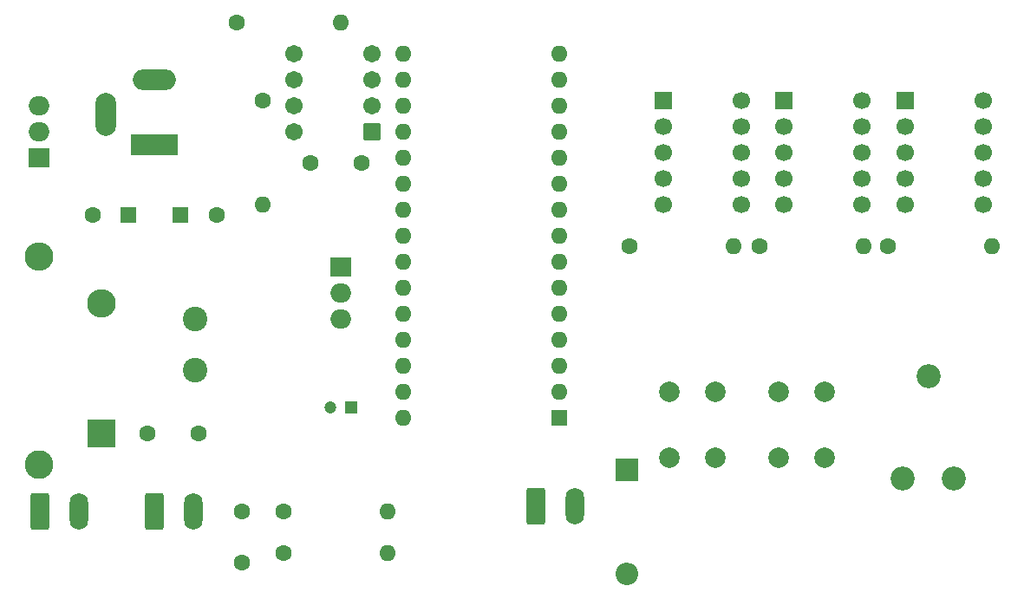
<source format=gbr>
%TF.GenerationSoftware,KiCad,Pcbnew,8.0.8*%
%TF.CreationDate,2025-05-16T08:04:54+02:00*%
%TF.ProjectId,nebulizer,6e656275-6c69-47a6-9572-2e6b69636164,rev?*%
%TF.SameCoordinates,Original*%
%TF.FileFunction,Soldermask,Bot*%
%TF.FilePolarity,Negative*%
%FSLAX46Y46*%
G04 Gerber Fmt 4.6, Leading zero omitted, Abs format (unit mm)*
G04 Created by KiCad (PCBNEW 8.0.8) date 2025-05-16 08:04:54*
%MOMM*%
%LPD*%
G01*
G04 APERTURE LIST*
G04 Aperture macros list*
%AMRoundRect*
0 Rectangle with rounded corners*
0 $1 Rounding radius*
0 $2 $3 $4 $5 $6 $7 $8 $9 X,Y pos of 4 corners*
0 Add a 4 corners polygon primitive as box body*
4,1,4,$2,$3,$4,$5,$6,$7,$8,$9,$2,$3,0*
0 Add four circle primitives for the rounded corners*
1,1,$1+$1,$2,$3*
1,1,$1+$1,$4,$5*
1,1,$1+$1,$6,$7*
1,1,$1+$1,$8,$9*
0 Add four rect primitives between the rounded corners*
20,1,$1+$1,$2,$3,$4,$5,0*
20,1,$1+$1,$4,$5,$6,$7,0*
20,1,$1+$1,$6,$7,$8,$9,0*
20,1,$1+$1,$8,$9,$2,$3,0*%
G04 Aperture macros list end*
%ADD10C,2.340000*%
%ADD11RoundRect,0.250000X-0.650000X-1.550000X0.650000X-1.550000X0.650000X1.550000X-0.650000X1.550000X0*%
%ADD12O,1.800000X3.600000*%
%ADD13C,1.600000*%
%ADD14O,1.600000X1.600000*%
%ADD15R,1.700000X1.700000*%
%ADD16C,1.700000*%
%ADD17R,2.000000X1.905000*%
%ADD18O,2.000000X1.905000*%
%ADD19R,1.600000X1.600000*%
%ADD20R,2.200000X2.200000*%
%ADD21O,2.200000X2.200000*%
%ADD22C,2.800000*%
%ADD23O,2.800000X2.800000*%
%ADD24R,4.600000X2.000000*%
%ADD25O,4.200000X2.000000*%
%ADD26O,2.000000X4.200000*%
%ADD27R,1.200000X1.200000*%
%ADD28C,1.200000*%
%ADD29RoundRect,0.102000X0.749300X0.749300X-0.749300X0.749300X-0.749300X-0.749300X0.749300X-0.749300X0*%
%ADD30C,1.702600*%
%ADD31C,2.400000*%
%ADD32C,2.000000*%
%ADD33R,2.800000X2.800000*%
G04 APERTURE END LIST*
D10*
%TO.C,RV1*%
X125944000Y-68928000D03*
X123444000Y-58928000D03*
X120944000Y-68928000D03*
%TD*%
D11*
%TO.C,J1*%
X36724000Y-72186000D03*
D12*
X40534000Y-72186000D03*
%TD*%
D13*
%TO.C,R2*%
X107000000Y-46230000D03*
D14*
X117160000Y-46230000D03*
%TD*%
D15*
%TO.C,U1*%
X97536000Y-32070000D03*
D16*
X97536000Y-34610000D03*
X97536000Y-37150000D03*
X97536000Y-39690000D03*
X97536000Y-42230000D03*
X105156000Y-42230000D03*
X105156000Y-39690000D03*
X105156000Y-37150000D03*
X105156000Y-34610000D03*
X105156000Y-32070000D03*
%TD*%
D11*
%TO.C,J2*%
X47894000Y-72186000D03*
D12*
X51704000Y-72186000D03*
%TD*%
D13*
%TO.C,C1*%
X47218000Y-64566000D03*
X52218000Y-64566000D03*
%TD*%
D17*
%TO.C,U5*%
X66040000Y-48260000D03*
D18*
X66040000Y-50800000D03*
X66040000Y-53340000D03*
%TD*%
D13*
%TO.C,R6*%
X60451000Y-76214000D03*
D14*
X70611000Y-76214000D03*
%TD*%
D19*
%TO.C,C3*%
X45354000Y-43180000D03*
D13*
X41854000Y-43180000D03*
%TD*%
D20*
%TO.C,D2*%
X93980000Y-68072000D03*
D21*
X93980000Y-78232000D03*
%TD*%
D13*
%TO.C,R8*%
X55880000Y-24384000D03*
D14*
X66040000Y-24384000D03*
%TD*%
D19*
%TO.C,A1*%
X87376000Y-62992000D03*
D14*
X87376000Y-60452000D03*
X87376000Y-57912000D03*
X87376000Y-55372000D03*
X87376000Y-52832000D03*
X87376000Y-50292000D03*
X87376000Y-47752000D03*
X87376000Y-45212000D03*
X87376000Y-42672000D03*
X87376000Y-40132000D03*
X87376000Y-37592000D03*
X87376000Y-35052000D03*
X87376000Y-32512000D03*
X87376000Y-29972000D03*
X87376000Y-27432000D03*
X72136000Y-27432000D03*
X72136000Y-29972000D03*
X72136000Y-32512000D03*
X72136000Y-35052000D03*
X72136000Y-37592000D03*
X72136000Y-40132000D03*
X72136000Y-42672000D03*
X72136000Y-45212000D03*
X72136000Y-47752000D03*
X72136000Y-50292000D03*
X72136000Y-52832000D03*
X72136000Y-55372000D03*
X72136000Y-57912000D03*
X72136000Y-60452000D03*
X72136000Y-62992000D03*
%TD*%
D22*
%TO.C,R5*%
X36576000Y-67564000D03*
D23*
X36576000Y-47244000D03*
%TD*%
D24*
%TO.C,J4*%
X47894000Y-36322000D03*
D25*
X47894000Y-30022000D03*
D26*
X43094000Y-33422000D03*
%TD*%
D15*
%TO.C,U3*%
X121146000Y-32070000D03*
D16*
X121146000Y-34610000D03*
X121146000Y-37150000D03*
X121146000Y-39690000D03*
X121146000Y-42230000D03*
X128766000Y-42230000D03*
X128766000Y-39690000D03*
X128766000Y-37150000D03*
X128766000Y-34610000D03*
X128766000Y-32070000D03*
%TD*%
D27*
%TO.C,C5*%
X67056000Y-61976000D03*
D28*
X65056000Y-61976000D03*
%TD*%
D13*
%TO.C,C4*%
X63072000Y-38100000D03*
X68072000Y-38100000D03*
%TD*%
D17*
%TO.C,Q1*%
X36576000Y-37592000D03*
D18*
X36576000Y-35052000D03*
X36576000Y-32512000D03*
%TD*%
D13*
%TO.C,C2*%
X56388000Y-77136000D03*
X56388000Y-72136000D03*
%TD*%
D29*
%TO.C,U4*%
X69088000Y-35052000D03*
D30*
X69088000Y-32512000D03*
X69088000Y-29972000D03*
X69088000Y-27432000D03*
X61468000Y-27432000D03*
X61468000Y-29972000D03*
X61468000Y-32512000D03*
X61468000Y-35052000D03*
%TD*%
D31*
%TO.C,L1*%
X51816000Y-53380000D03*
X51816000Y-58380000D03*
%TD*%
D19*
%TO.C,C6*%
X50434000Y-43230000D03*
D13*
X53934000Y-43230000D03*
%TD*%
%TO.C,R3*%
X94300000Y-46230000D03*
D14*
X104460000Y-46230000D03*
%TD*%
D32*
%TO.C,SW1*%
X108784000Y-66952000D03*
X108784000Y-60452000D03*
X113284000Y-66952000D03*
X113284000Y-60452000D03*
%TD*%
D15*
%TO.C,U2*%
X109341000Y-32070000D03*
D16*
X109341000Y-34610000D03*
X109341000Y-37150000D03*
X109341000Y-39690000D03*
X109341000Y-42230000D03*
X116961000Y-42230000D03*
X116961000Y-39690000D03*
X116961000Y-37150000D03*
X116961000Y-34610000D03*
X116961000Y-32070000D03*
%TD*%
D11*
%TO.C,J3*%
X85088000Y-71628000D03*
D12*
X88898000Y-71628000D03*
%TD*%
D33*
%TO.C,D1*%
X42672000Y-64516000D03*
D23*
X42672000Y-51816000D03*
%TD*%
D32*
%TO.C,SW2*%
X98116000Y-66952000D03*
X98116000Y-60452000D03*
X102616000Y-66952000D03*
X102616000Y-60452000D03*
%TD*%
D13*
%TO.C,R4*%
X58420000Y-32004000D03*
D14*
X58420000Y-42164000D03*
%TD*%
D13*
%TO.C,R1*%
X119500000Y-46230000D03*
D14*
X129660000Y-46230000D03*
%TD*%
D13*
%TO.C,R7*%
X60451000Y-72136000D03*
D14*
X70611000Y-72136000D03*
%TD*%
M02*

</source>
